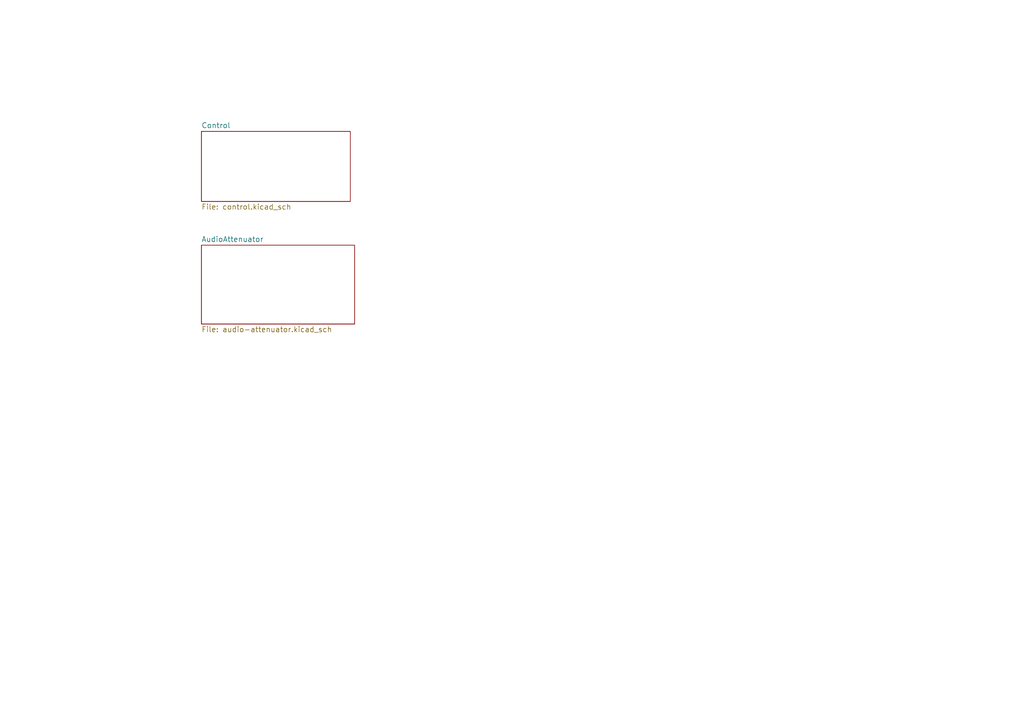
<source format=kicad_sch>
(kicad_sch
	(version 20231120)
	(generator "eeschema")
	(generator_version "8.0")
	(uuid "97ae7532-5aa3-4e53-82e6-d486cce65bde")
	(paper "A4")
	(title_block
		(title "RelaiXedPassive")
		(date "2016-08-27")
		(rev "1.0")
		(company "Jos van Eijndhoven")
		(comment 1 "Copyright 2016")
		(comment 2 "Permission for free use for personal/DIY application only")
	)
	(lib_symbols)
	(sheet
		(at 58.42 38.1)
		(size 43.18 20.32)
		(fields_autoplaced yes)
		(stroke
			(width 0)
			(type solid)
		)
		(fill
			(color 0 0 0 0.0000)
		)
		(uuid "00000000-0000-0000-0000-00004f666988")
		(property "Sheetname" "Control"
			(at 58.42 37.2614 0)
			(effects
				(font
					(size 1.524 1.524)
				)
				(justify left bottom)
			)
		)
		(property "Sheetfile" "control.kicad_sch"
			(at 58.42 59.1062 0)
			(effects
				(font
					(size 1.524 1.524)
				)
				(justify left top)
			)
		)
		(instances
			(project "relaixedPassive"
				(path "/97ae7532-5aa3-4e53-82e6-d486cce65bde"
					(page "2")
				)
			)
		)
	)
	(sheet
		(at 58.42 71.12)
		(size 44.45 22.86)
		(fields_autoplaced yes)
		(stroke
			(width 0)
			(type solid)
		)
		(fill
			(color 0 0 0 0.0000)
		)
		(uuid "00000000-0000-0000-0000-00004f6669d2")
		(property "Sheetname" "AudioAttenuator"
			(at 58.42 70.2814 0)
			(effects
				(font
					(size 1.524 1.524)
				)
				(justify left bottom)
			)
		)
		(property "Sheetfile" "audio-attenuator.kicad_sch"
			(at 58.42 94.6662 0)
			(effects
				(font
					(size 1.524 1.524)
				)
				(justify left top)
			)
		)
		(instances
			(project "relaixedPassive"
				(path "/97ae7532-5aa3-4e53-82e6-d486cce65bde"
					(page "3")
				)
			)
		)
	)
	(sheet_instances
		(path "/"
			(page "1")
		)
	)
)

</source>
